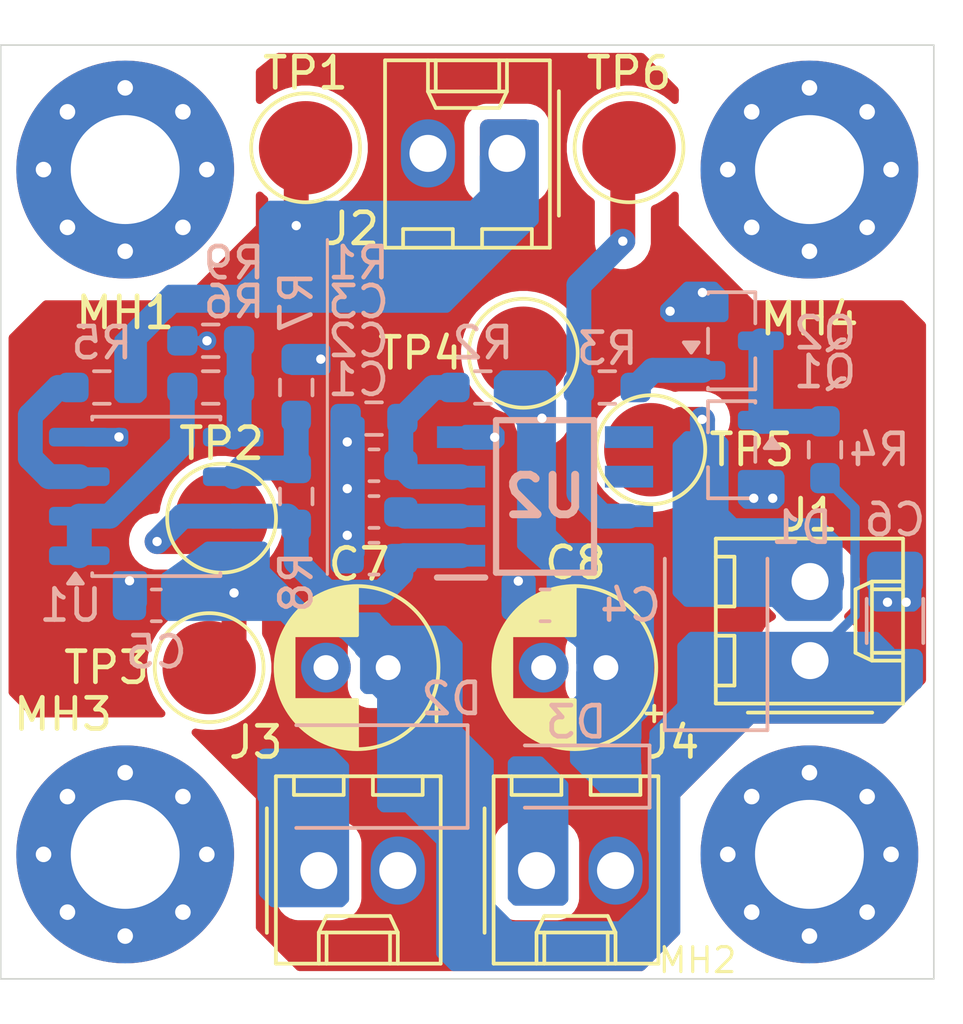
<source format=kicad_pcb>
(kicad_pcb (version 20241229) (generator "pcbnew") (generator_version "9.0")
  (layers (0 "F.Cu" signal) (2 "B.Cu" signal) (13 "F.Paste" user) (15 "B.Paste" user) (5 "F.SilkS" user "F.Silkscreen") (7 "B.SilkS" user "B.Silkscreen") (1 "F.Mask" user) (3 "B.Mask" user) (25 "Edge.Cuts" user))
  (net 0 "")
  (net 1 "CONTROL")
  (net 2 "GND")
  (net 3 "+5V")
  (net 4 "+12V")
  (net 5 "Net-(D1-A)")
  (net 6 "Net-(D2-A)")
  (net 7 "Net-(D3-A)")
  (net 8 "TH")
  (net 9 "Net-(Q1-C)")
  (net 10 "Net-(Q1-B)")
  (net 11 "Net-(U1A-+)")
  (net 12 "Net-(U1A--)")
  (net 13 "Net-(U1B-+)")
  (net 14 "Net-(U1B--)")
  (net 15 "Net-(U2-CF)")
  (net 16 "Net-(U2-VAS)")
  (net 17 "Net-(U2-VOUT)")
  (footprint "Connector_Molex:Molex_KK-254_AE-6410-02A_1x02_P2.54mm_Vertical" (layer "F.Cu") (at 150.225 96.52)
    (property "Reference" "J3" (at -2.025 -4.12 0) (layer "F.SilkS"))
    (property "Value" "Conn_01x02")
    (pad "1" thru_hole roundrect (at 0 0) (size 1.74 2.19) (drill 1.19) (layers "*.Cu" "*.Mask") (roundrect_rratio 0.143678) (net 6 "Net-(D2-A)"))
    (pad "2" thru_hole oval (at 2.54 0) (size 1.74 2.19) (drill 1.19) (layers "*.Cu" "*.Mask") (net 2 "GND"))
  )
  (footprint "MountingHole:MountingHole_3.5mm_Pad_Via" (layer "F.Cu") (at 144 96)
    (property "Reference" "MH3" (at -2 -4.5 0) (layer "F.SilkS"))
    (property "Value" "MH")
    (pad "1" thru_hole circle (at -2.625 0) (size 0.8 0.8) (drill 0.5) (layers "*.Cu" "*.Mask"))
    (pad "1" thru_hole circle (at -1.856155 -1.856155) (size 0.8 0.8) (drill 0.5) (layers "*.Cu" "*.Mask"))
    (pad "1" thru_hole circle (at -1.856155 1.856155) (size 0.8 0.8) (drill 0.5) (layers "*.Cu" "*.Mask"))
    (pad "1" thru_hole circle (at 0 -2.625) (size 0.8 0.8) (drill 0.5) (layers "*.Cu" "*.Mask"))
    (pad "1" thru_hole circle (at 0 0) (size 7 7) (drill 3.5) (layers "*.Cu" "*.Mask"))
    (pad "1" thru_hole circle (at 0 2.625) (size 0.8 0.8) (drill 0.5) (layers "*.Cu" "*.Mask"))
    (pad "1" thru_hole circle (at 1.856155 -1.856155) (size 0.8 0.8) (drill 0.5) (layers "*.Cu" "*.Mask"))
    (pad "1" thru_hole circle (at 1.856155 1.856155) (size 0.8 0.8) (drill 0.5) (layers "*.Cu" "*.Mask"))
    (pad "1" thru_hole circle (at 2.625 0) (size 0.8 0.8) (drill 0.5) (layers "*.Cu" "*.Mask"))
  )
  (footprint "MountingHole:MountingHole_3.5mm_Pad_Via" (layer "F.Cu") (at 144 74)
    (property "Reference" "MH1" (at 0 4.6 0) (layer "F.SilkS"))
    (property "Value" "MH")
    (pad "1" thru_hole circle (at -2.625 0) (size 0.8 0.8) (drill 0.5) (layers "*.Cu" "*.Mask"))
    (pad "1" thru_hole circle (at -1.856155 -1.856155) (size 0.8 0.8) (drill 0.5) (layers "*.Cu" "*.Mask"))
    (pad "1" thru_hole circle (at -1.856155 1.856155) (size 0.8 0.8) (drill 0.5) (layers "*.Cu" "*.Mask"))
    (pad "1" thru_hole circle (at 0 -2.625) (size 0.8 0.8) (drill 0.5) (layers "*.Cu" "*.Mask"))
    (pad "1" thru_hole circle (at 0 0) (size 7 7) (drill 3.5) (layers "*.Cu" "*.Mask"))
    (pad "1" thru_hole circle (at 0 2.625) (size 0.8 0.8) (drill 0.5) (layers "*.Cu" "*.Mask"))
    (pad "1" thru_hole circle (at 1.856155 -1.856155) (size 0.8 0.8) (drill 0.5) (layers "*.Cu" "*.Mask"))
    (pad "1" thru_hole circle (at 1.856155 1.856155) (size 0.8 0.8) (drill 0.5) (layers "*.Cu" "*.Mask"))
    (pad "1" thru_hole circle (at 2.625 0) (size 0.8 0.8) (drill 0.5) (layers "*.Cu" "*.Mask"))
  )
  (footprint "TestPoint:TestPoint_Pad_D3.0mm" (layer "F.Cu") (at 146.7 90)
    (property "Reference" "TP3" (at -3.3 0 0) (layer "F.SilkS"))
    (property "Value" "+12V")
    (pad "1" smd circle (at 0 0) (size 3 3) (layers "F.Cu" "F.Mask") (net 4 "+12V"))
  )
  (footprint "TestPoint:TestPoint_Pad_D3.0mm" (layer "F.Cu") (at 156.8 79.9)
    (property "Reference" "TP4" (at -3.3 0 0) (layer "F.SilkS"))
    (property "Value" "+5V")
    (pad "1" smd circle (at 0 0) (size 3 3) (layers "F.Cu" "F.Mask") (net 3 "+5V"))
  )
  (footprint "MountingHole:MountingHole_3.5mm_Pad_Via" (layer "F.Cu") (at 166 96)
    (property "Reference" "MH2" (at -3.6 3.4 0) (layer "F.SilkS") (effects (font (size 0.8 0.8) (thickness 0.1) (bold yes))))
    (property "Value" "MH")
    (pad "1" thru_hole circle (at -2.625 0) (size 0.8 0.8) (drill 0.5) (layers "*.Cu" "*.Mask"))
    (pad "1" thru_hole circle (at -1.856155 -1.856155) (size 0.8 0.8) (drill 0.5) (layers "*.Cu" "*.Mask"))
    (pad "1" thru_hole circle (at -1.856155 1.856155) (size 0.8 0.8) (drill 0.5) (layers "*.Cu" "*.Mask"))
    (pad "1" thru_hole circle (at 0 -2.625) (size 0.8 0.8) (drill 0.5) (layers "*.Cu" "*.Mask"))
    (pad "1" thru_hole circle (at 0 0) (size 7 7) (drill 3.5) (layers "*.Cu" "*.Mask"))
    (pad "1" thru_hole circle (at 0 2.625) (size 0.8 0.8) (drill 0.5) (layers "*.Cu" "*.Mask"))
    (pad "1" thru_hole circle (at 1.856155 -1.856155) (size 0.8 0.8) (drill 0.5) (layers "*.Cu" "*.Mask"))
    (pad "1" thru_hole circle (at 1.856155 1.856155) (size 0.8 0.8) (drill 0.5) (layers "*.Cu" "*.Mask"))
    (pad "1" thru_hole circle (at 2.625 0) (size 0.8 0.8) (drill 0.5) (layers "*.Cu" "*.Mask"))
  )
  (footprint "Connector_Molex:Molex_KK-254_AE-6410-02A_1x02_P2.54mm_Vertical" (layer "F.Cu") (at 166.02 89.775 90)
    (property "Reference" "J1" (at 4.675 0.03 180) (layer "F.SilkS"))
    (property "Value" "Conn_01x02")
    (pad "1" thru_hole roundrect (at 0 0 90) (size 1.74 2.19) (drill 1.19) (layers "*.Cu" "*.Mask") (roundrect_rratio 0.143678) (net 4 "+12V"))
    (pad "2" thru_hole oval (at 2.54 0 90) (size 1.74 2.19) (drill 1.19) (layers "*.Cu" "*.Mask") (net 5 "Net-(D1-A)"))
  )
  (footprint "TestPoint:TestPoint_Pad_D3.0mm" (layer "F.Cu") (at 160.9 83)
    (property "Reference" "TP5" (at 3.25 0 0) (layer "F.SilkS"))
    (property "Value" "EMITTER")
    (pad "1" smd circle (at 0 0) (size 3 3) (layers "F.Cu" "F.Mask") (net 5 "Net-(D1-A)"))
  )
  (footprint "Connector_Molex:Molex_KK-254_AE-6410-02A_1x02_P2.54mm_Vertical" (layer "F.Cu") (at 157.225 96.52)
    (property "Reference" "J4" (at 4.375 -4.12 0) (layer "F.SilkS"))
    (property "Value" "Conn_01x02")
    (pad "1" thru_hole roundrect (at 0 0) (size 1.74 2.19) (drill 1.19) (layers "*.Cu" "*.Mask") (roundrect_rratio 0.143678) (net 7 "Net-(D3-A)"))
    (pad "2" thru_hole oval (at 2.54 0) (size 1.74 2.19) (drill 1.19) (layers "*.Cu" "*.Mask") (net 2 "GND"))
  )
  (footprint "TestPoint:TestPoint_Pad_D3.0mm" (layer "F.Cu") (at 160.2 73.3)
    (property "Reference" "TP6" (at 0 -2.398 0) (layer "F.SilkS"))
    (property "Value" "PWM")
    (pad "1" smd circle (at 0 0) (size 3 3) (layers "F.Cu" "F.Mask") (net 17 "Net-(U2-VOUT)"))
  )
  (footprint "Connector_Molex:Molex_KK-254_AE-6410-02A_1x02_P2.54mm_Vertical" (layer "F.Cu") (at 156.275 73.48 180)
    (property "Reference" "J2" (at 4.975 -2.42 0) (layer "F.SilkS"))
    (property "Value" "Conn_01x02")
    (pad "1" thru_hole roundrect (at 0 0 180) (size 1.74 2.19) (drill 1.19) (layers "*.Cu" "*.Mask") (roundrect_rratio 0.143678) (net 8 "TH"))
    (pad "2" thru_hole oval (at 2.54 0 180) (size 1.74 2.19) (drill 1.19) (layers "*.Cu" "*.Mask") (net 2 "GND"))
  )
  (footprint "MountingHole:MountingHole_3.5mm_Pad_Via" (layer "F.Cu") (at 166 74)
    (property "Reference" "MH4" (at 0 4.8 0) (layer "F.SilkS"))
    (property "Value" "MH")
    (pad "1" thru_hole circle (at -2.625 0) (size 0.8 0.8) (drill 0.5) (layers "*.Cu" "*.Mask"))
    (pad "1" thru_hole circle (at -1.856155 -1.856155) (size 0.8 0.8) (drill 0.5) (layers "*.Cu" "*.Mask"))
    (pad "1" thru_hole circle (at -1.856155 1.856155) (size 0.8 0.8) (drill 0.5) (layers "*.Cu" "*.Mask"))
    (pad "1" thru_hole circle (at 0 -2.625) (size 0.8 0.8) (drill 0.5) (layers "*.Cu" "*.Mask"))
    (pad "1" thru_hole circle (at 0 0) (size 7 7) (drill 3.5) (layers "*.Cu" "*.Mask"))
    (pad "1" thru_hole circle (at 0 2.625) (size 0.8 0.8) (drill 0.5) (layers "*.Cu" "*.Mask"))
    (pad "1" thru_hole circle (at 1.856155 -1.856155) (size 0.8 0.8) (drill 0.5) (layers "*.Cu" "*.Mask"))
    (pad "1" thru_hole circle (at 1.856155 1.856155) (size 0.8 0.8) (drill 0.5) (layers "*.Cu" "*.Mask"))
    (pad "1" thru_hole circle (at 2.625 0) (size 0.8 0.8) (drill 0.5) (layers "*.Cu" "*.Mask"))
  )
  (footprint "TestPoint:TestPoint_Pad_D3.0mm" (layer "F.Cu") (at 149.8 73.3)
    (property "Reference" "TP1" (at 0 -2.398 0) (layer "F.SilkS"))
    (property "Value" "TH")
    (pad "1" smd circle (at 0 0) (size 3 3) (layers "F.Cu" "F.Mask") (net 8 "TH"))
  )
  (footprint "TestPoint:TestPoint_Pad_D3.0mm" (layer "F.Cu") (at 147.1 85.2)
    (property "Reference" "TP2" (at 0 -2.398 0) (layer "F.SilkS"))
    (property "Value" "CONTROL")
    (pad "1" smd circle (at 0 0) (size 3 3) (layers "F.Cu" "F.Mask") (net 1 "CONTROL"))
  )
  (footprint "Capacitor_THT:CP_Radial_D5.0mm_P2.00mm" (layer "F.Cu") (at 159.455113 90 180)
    (property "Reference" "C8" (at 0.975113 3.37 0) (layer "F.SilkS"))
    (property "Value" "10UF/50V")
    (pad "1" thru_hole roundrect (at 0 0 180) (size 1.6 1.6) (drill 0.8) (layers "*.Cu" "*.Mask") (roundrect_rratio 0.15625) (net 3 "+5V"))
    (pad "2" thru_hole circle (at 2 0 180) (size 1.6 1.6) (drill 0.8) (layers "*.Cu" "*.Mask") (net 2 "GND"))
  )
  (footprint "Capacitor_THT:CP_Radial_D5.0mm_P2.00mm" (layer "F.Cu") (at 152.455112 90 180)
    (property "Reference" "C7" (at 0.935112 3.32 0) (layer "F.SilkS"))
    (property "Value" "10UF/50V")
    (pad "1" thru_hole roundrect (at 0 0 180) (size 1.6 1.6) (drill 0.8) (layers "*.Cu" "*.Mask") (roundrect_rratio 0.15625) (net 4 "+12V"))
    (pad "2" thru_hole circle (at 2 0 180) (size 1.6 1.6) (drill 0.8) (layers "*.Cu" "*.Mask") (net 2 "GND"))
  )
  (footprint "Diode_SMD:D_SOD-123" (layer "B.Cu") (at 158.5 93.5 180)
    (property "Reference" "D3" (at 0 1.75 0) (layer "B.SilkS") (effects (justify mirror)))
    (property "Value" "1N4148W")
    (pad "1" smd roundrect (at -1.65 0 180) (size 0.9 1.2) (layers "B.Cu" "B.Mask" "B.Paste") (net 3 "+5V"))
    (pad "2" smd roundrect (at 1.65 0 180) (size 0.9 1.2) (layers "B.Cu" "B.Mask" "B.Paste") (net 7 "Net-(D3-A)"))
  )
  (footprint "Resistor_SMD:R_0603_1608Metric_Pad0.98x0.95mm_HandSolder" (layer "B.Cu") (at 143.25 81 180)
    (property "Reference" "R5" (at 0 1.43 0) (layer "B.SilkS") (effects (justify mirror)))
    (property "Value" "R")
    (pad "1" smd roundrect (at -0.9125 0 180) (size 0.975 0.95) (layers "B.Cu" "B.Mask" "B.Paste") (net 8 "TH"))
    (pad "2" smd roundrect (at 0.9125 0 180) (size 0.975 0.95) (layers "B.Cu" "B.Mask" "B.Paste") (net 11 "Net-(U1A-+)"))
  )
  (footprint "Resistor_SMD:R_0603_1608Metric_Pad0.98x0.95mm_HandSolder" (layer "B.Cu") (at 155.5 81 180)
    (property "Reference" "R2" (at 0 1.43 0) (layer "B.SilkS") (effects (justify mirror)))
    (property "Value" "R")
    (pad "1" smd roundrect (at -0.9125 0 180) (size 0.975 0.95) (layers "B.Cu" "B.Mask" "B.Paste") (net 3 "+5V"))
    (pad "2" smd roundrect (at 0.9125 0 180) (size 0.975 0.95) (layers "B.Cu" "B.Mask" "B.Paste") (net 16 "Net-(U2-VAS)"))
  )
  (footprint "Package_SO:SOIC-8_3.9x4.9mm_P1.27mm" (layer "B.Cu") (at 145 84.5)
    (property "Reference" "U1" (at -2.75 3.5 0) (layer "B.SilkS") (effects (justify mirror)))
    (property "Value" "LM358")
    (pad "1" smd roundrect (at -2.475 1.905) (size 1.95 0.6) (layers "B.Cu" "B.Mask" "B.Paste") (net 12 "Net-(U1A--)"))
    (pad "2" smd roundrect (at -2.475 0.635) (size 1.95 0.6) (layers "B.Cu" "B.Mask" "B.Paste") (net 12 "Net-(U1A--)"))
    (pad "3" smd roundrect (at -2.475 -0.635) (size 1.95 0.6) (layers "B.Cu" "B.Mask" "B.Paste") (net 11 "Net-(U1A-+)"))
    (pad "4" smd roundrect (at -2.475 -1.905) (size 1.95 0.6) (layers "B.Cu" "B.Mask" "B.Paste") (net 2 "GND"))
    (pad "5" smd roundrect (at 2.475 -1.905) (size 1.95 0.6) (layers "B.Cu" "B.Mask" "B.Paste") (net 13 "Net-(U1B-+)"))
    (pad "6" smd roundrect (at 2.475 -0.635) (size 1.95 0.6) (layers "B.Cu" "B.Mask" "B.Paste") (net 14 "Net-(U1B--)"))
    (pad "7" smd roundrect (at 2.475 0.635) (size 1.95 0.6) (layers "B.Cu" "B.Mask" "B.Paste") (net 1 "CONTROL"))
    (pad "8" smd roundrect (at 2.475 1.905) (size 1.95 0.6) (layers "B.Cu" "B.Mask" "B.Paste") (net 4 "+12V"))
  )
  (footprint "Resistor_SMD:R_0603_1608Metric_Pad0.98x0.95mm_HandSolder" (layer "B.Cu") (at 146.75 81)
    (property "Reference" "R6" (at 0.75 -2.75 0) (layer "B.SilkS") (effects (justify mirror)))
    (property "Value" "R")
    (pad "1" smd roundrect (at -0.9125 0) (size 0.975 0.95) (layers "B.Cu" "B.Mask" "B.Paste") (net 12 "Net-(U1A--)"))
    (pad "2" smd roundrect (at 0.9125 0) (size 0.975 0.95) (layers "B.Cu" "B.Mask" "B.Paste") (net 13 "Net-(U1B-+)"))
  )
  (footprint "Capacitor_SMD:C_0603_1608Metric_Pad1.08x0.95mm_HandSolder" (layer "B.Cu") (at 152 83.5 180)
    (property "Reference" "C3" (at 0.5 5.25 0) (layer "B.SilkS") (effects (justify mirror)))
    (property "Value" "C")
    (pad "1" smd roundrect (at -0.8625 0 180) (size 1.075 0.95) (layers "B.Cu" "B.Mask" "B.Paste") (net 16 "Net-(U2-VAS)"))
    (pad "2" smd roundrect (at 0.8625 0 180) (size 1.075 0.95) (layers "B.Cu" "B.Mask" "B.Paste") (net 2 "GND"))
  )
  (footprint "Package_TO_SOT_SMD:SOT-23" (layer "B.Cu") (at 163.5 83 180)
    (property "Reference" "Q2" (at -3 3.75 0) (layer "B.SilkS") (effects (justify mirror)))
    (property "Value" "BC817")
    (pad "1" smd roundrect (at -0.9375 0.95 180) (size 1.475 0.6) (layers "B.Cu" "B.Mask" "B.Paste") (net 9 "Net-(Q1-C)"))
    (pad "2" smd roundrect (at -0.9375 -0.95 180) (size 1.475 0.6) (layers "B.Cu" "B.Mask" "B.Paste") (net 2 "GND"))
    (pad "3" smd roundrect (at 0.9375 0 180) (size 1.475 0.6) (layers "B.Cu" "B.Mask" "B.Paste") (net 5 "Net-(D1-A)"))
  )
  (footprint "Resistor_SMD:R_0603_1608Metric_Pad0.98x0.95mm_HandSolder" (layer "B.Cu") (at 149.5 81 90)
    (property "Reference" "R7" (at 2.75 0 90) (layer "B.SilkS") (effects (justify mirror)))
    (property "Value" "R")
    (pad "1" smd roundrect (at -0.9125 0 90) (size 0.975 0.95) (layers "B.Cu" "B.Mask" "B.Paste") (net 14 "Net-(U1B--)"))
    (pad "2" smd roundrect (at 0.9125 0 90) (size 0.975 0.95) (layers "B.Cu" "B.Mask" "B.Paste") (net 2 "GND"))
  )
  (footprint "Resistor_SMD:R_0603_1608Metric_Pad0.98x0.95mm_HandSolder" (layer "B.Cu") (at 152 82 180)
    (property "Reference" "R1" (at 0.5 5 0) (layer "B.SilkS") (effects (justify mirror)))
    (property "Value" "R")
    (pad "1" smd roundrect (at -0.9125 0 180) (size 0.975 0.95) (layers "B.Cu" "B.Mask" "B.Paste") (net 16 "Net-(U2-VAS)"))
    (pad "2" smd roundrect (at 0.9125 0 180) (size 0.975 0.95) (layers "B.Cu" "B.Mask" "B.Paste") (net 2 "GND"))
  )
  (footprint "Diode_SMD:D_SMA" (layer "B.Cu") (at 151.5 93.5 180)
    (property "Reference" "D2" (at -3 2.5 0) (layer "B.SilkS") (effects (justify mirror)))
    (property "Value" "US1M")
    (pad "1" smd roundrect (at -2 0 180) (size 2.5 1.8) (layers "B.Cu" "B.Mask" "B.Paste") (roundrect_rratio 0.1388888889) (net 4 "+12V"))
    (pad "2" smd roundrect (at 2 0 180) (size 2.5 1.8) (layers "B.Cu" "B.Mask" "B.Paste") (roundrect_rratio 0.1388888889) (net 6 "Net-(D2-A)"))
  )
  (footprint "Capacitor_SMD:C_0603_1608Metric_Pad1.08x0.95mm_HandSolder" (layer "B.Cu") (at 152 85 180)
    (property "Reference" "C2" (at 0.5 5.5 0) (layer "B.SilkS") (effects (justify mirror)))
    (property "Value" "C")
    (pad "1" smd roundrect (at -0.8625 0 180) (size 1.075 0.95) (layers "B.Cu" "B.Mask" "B.Paste") (net 15 "Net-(U2-CF)"))
    (pad "2" smd roundrect (at 0.8625 0 180) (size 1.075 0.95) (layers "B.Cu" "B.Mask" "B.Paste") (net 2 "GND"))
  )
  (footprint "Capacitor_SMD:C_0603_1608Metric_Pad1.08x0.95mm_HandSolder" (layer "B.Cu") (at 152 86.5 180)
    (property "Reference" "C1" (at 0.5 5.75 0) (layer "B.SilkS") (effects (justify mirror)))
    (property "Value" "C")
    (pad "1" smd roundrect (at -0.8625 0 180) (size 1.075 0.95) (layers "B.Cu" "B.Mask" "B.Paste") (net 1 "CONTROL"))
    (pad "2" smd roundrect (at 0.8625 0 180) (size 1.075 0.95) (layers "B.Cu" "B.Mask" "B.Paste") (net 2 "GND"))
  )
  (footprint "Diode_SMD:D_SMA" (layer "B.Cu") (at 163 88.5 90)
    (property "Reference" "D1" (at 3 2.75 0) (layer "B.SilkS") (effects (justify mirror)))
    (property "Value" "US1M")
    (pad "1" smd roundrect (at -2 0 90) (size 2.5 1.8) (layers "B.Cu" "B.Mask" "B.Paste") (roundrect_rratio 0.1388888889) (net 4 "+12V"))
    (pad "2" smd roundrect (at 2 0 90) (size 2.5 1.8) (layers "B.Cu" "B.Mask" "B.Paste") (roundrect_rratio 0.1388888889) (net 5 "Net-(D1-A)"))
  )
  (footprint "Capacitor_SMD:C_0603_1608Metric_Pad1.08x0.95mm_HandSolder" (layer "B.Cu") (at 157.5 88 180)
    (property "Reference" "C4" (at -2.75 0 0) (layer "B.SilkS") (effects (justify mirror)))
    (property "Value" "C")
    (pad "1" smd roundrect (at -0.8625 0 180) (size 1.075 0.95) (layers "B.Cu" "B.Mask" "B.Paste") (net 3 "+5V"))
    (pad "2" smd roundrect (at 0.8625 0 180) (size 1.075 0.95) (layers "B.Cu" "B.Mask" "B.Paste") (net 2 "GND"))
  )
  (footprint "Package_TO_SOT_SMD:SOT-23" (layer "B.Cu") (at 163.5 79.5)
    (property "Reference" "Q1" (at 3 1 0) (layer "B.SilkS") (effects (justify mirror)))
    (property "Value" "BC817")
    (pad "1" smd roundrect (at -0.9375 0.95) (size 1.475 0.6) (layers "B.Cu" "B.Mask" "B.Paste") (net 10 "Net-(Q1-B)"))
    (pad "2" smd roundrect (at -0.9375 -0.95) (size 1.475 0.6) (layers "B.Cu" "B.Mask" "B.Paste") (net 2 "GND"))
    (pad "3" smd roundrect (at 0.9375 0) (size 1.475 0.6) (layers "B.Cu" "B.Mask" "B.Paste") (net 9 "Net-(Q1-C)"))
  )
  (footprint "Resistor_SMD:R_0603_1608Metric_Pad0.98x0.95mm_HandSolder" (layer "B.Cu") (at 166.5 83 -90)
    (property "Reference" "R4" (at 0 -1.75 0) (layer "B.SilkS") (effects (justify mirror)))
    (property "Value" "R")
    (pad "1" smd roundrect (at -0.9125 0 270) (size 0.975 0.95) (layers "B.Cu" "B.Mask" "B.Paste") (net 9 "Net-(Q1-C)"))
    (pad "2" smd roundrect (at 0.9125 0 270) (size 0.975 0.95) (layers "B.Cu" "B.Mask" "B.Paste") (net 4 "+12V"))
  )
  (footprint "Capacitor_SMD:C_0603_1608Metric_Pad1.08x0.95mm_HandSolder" (layer "B.Cu") (at 145 88 180)
    (property "Reference" "C5" (at 0 -1.5 0) (layer "B.SilkS") (effects (justify mirror)))
    (property "Value" "C")
    (pad "1" smd roundrect (at -0.8625 0 180) (size 1.075 0.95) (layers "B.Cu" "B.Mask" "B.Paste") (net 4 "+12V"))
    (pad "2" smd roundrect (at 0.8625 0 180) (size 1.075 0.95) (layers "B.Cu" "B.Mask" "B.Paste") (net 2 "GND"))
  )
  (footprint "Resistor_SMD:R_0603_1608Metric_Pad0.98x0.95mm_HandSolder" (layer "B.Cu") (at 149.5 84.5 -90)
    (property "Reference" "R8" (at 2.75 0 90) (layer "B.SilkS") (effects (justify mirror)))
    (property "Value" "R")
    (pad "1" smd roundrect (at -0.9125 0 270) (size 0.975 0.95) (layers "B.Cu" "B.Mask" "B.Paste") (net 14 "Net-(U1B--)"))
    (pad "2" smd roundrect (at 0.9125 0 270) (size 0.975 0.95) (layers "B.Cu" "B.Mask" "B.Paste") (net 1 "CONTROL"))
  )
  (footprint "Capacitor_SMD:C_1206_3216Metric_Pad1.33x1.80mm_HandSolder" (layer "B.Cu") (at 168.75 88.5 90)
    (property "Reference" "C6" (at 3.25 0 0) (layer "B.SilkS") (effects (justify mirror)))
    (property "Value" "C")
    (pad "1" smd roundrect (at -1.5625 0 90) (size 1.325 1.8) (layers "B.Cu" "B.Mask" "B.Paste") (roundrect_rratio 0.188679) (net 4 "+12V"))
    (pad "2" smd roundrect (at 1.5625 0 90) (size 1.325 1.8) (layers "B.Cu" "B.Mask" "B.Paste") (roundrect_rratio 0.188679) (net 2 "GND"))
  )
  (footprint "PCB:SOIC127P600X175-8N" (layer "B.Cu") (at 157.5 84.5)
    (property "Reference" "U2" (at 0 0 180) (layer "B.SilkS") (effects (font (size 1.27 1.27) (thickness 0.254)) (justify mirror)))
    (property "Value" "TC648BEOA" (hide yes))
    (pad "1" smd rect (at -2.7 1.905 270) (size 0.7 1.55) (layers "B.Cu" "B.Mask" "B.Paste") (net 1 "CONTROL"))
    (pad "2" smd rect (at -2.7 0.635 270) (size 0.7 1.55) (layers "B.Cu" "B.Mask" "B.Paste") (net 15 "Net-(U2-CF)"))
    (pad "3" smd rect (at -2.7 -0.635 270) (size 0.7 1.55) (layers "B.Cu" "B.Mask" "B.Paste") (net 16 "Net-(U2-VAS)"))
    (pad "4" smd rect (at -2.7 -1.905 270) (size 0.7 1.55) (layers "B.Cu" "B.Mask" "B.Paste") (net 2 "GND"))
    (pad "5" smd rect (at 2.7 -1.905 270) (size 0.7 1.55) (layers "B.Cu" "B.Mask" "B.Paste"))
    (pad "6" smd rect (at 2.7 -0.635 270) (size 0.7 1.55) (layers "B.Cu" "B.Mask" "B.Paste"))
    (pad "7" smd rect (at 2.7 0.635 270) (size 0.7 1.55) (layers "B.Cu" "B.Mask" "B.Paste") (net 17 "Net-(U2-VOUT)"))
    (pad "8" smd rect (at 2.7 1.905 270) (size 0.7 1.55) (layers "B.Cu" "B.Mask" "B.Paste") (net 3 "+5V"))
  )
  (footprint "Resistor_SMD:R_0603_1608Metric_Pad0.98x0.95mm_HandSolder" (layer "B.Cu") (at 159.5 81)
    (property "Reference" "R3" (at 0 -1.25 0) (layer "B.SilkS") (effects (justify mirror)))
    (property "Value" "R")
    (pad "1" smd roundrect (at -0.9125 0) (size 0.975 0.95) (layers "B.Cu" "B.Mask" "B.Paste") (net 17 "Net-(U2-VOUT)"))
    (pad "2" smd roundrect (at 0.9125 0) (size 0.975 0.95) (layers "B.Cu" "B.Mask" "B.Paste") (net 10 "Net-(Q1-B)"))
  )
  (footprint "Resistor_SMD:R_0603_1608Metric_Pad0.98x0.95mm_HandSolder" (layer "B.Cu") (at 146.75 79.5 180)
    (property "Reference" "R9" (at -0.75 2.5 0) (layer "B.SilkS") (effects (justify mirror)))
    (property "Value" "R")
    (pad "1" smd roundrect (at -0.9125 0 180) (size 0.975 0.95) (layers "B.Cu" "B.Mask" "B.Paste") (net 13 "Net-(U1B-+)"))
    (pad "2" smd roundrect (at 0.9125 0 180) (size 0.975 0.95) (layers "B.Cu" "B.Mask" "B.Paste") (net 2 "GND"))
  )
  (gr_line (start 150.5 87) (end 150.5 76.25) (stroke (width 0.1)) (layer "B.SilkS"))
  (gr_line (start 140 100) (end 140 70) (stroke (width 0.05)) (layer "Edge.Cuts"))
  (gr_line (start 140 70) (end 170 70) (stroke (width 0.05)) (layer "Edge.Cuts"))
  (gr_line (start 170 70) (end 170 100) (stroke (width 0.05)) (layer "Edge.Cuts"))
  (gr_line (start 170 100) (end 140 100) (stroke (width 0.05)) (layer "Edge.Cuts"))
  (segment (start 145.025 85.95) (end 146.35 85.95) (width 0.8) (layer "F.Cu") (net 1))
  (segment (start 146.35 85.95) (end 147.1 85.2) (width 0.8) (layer "F.Cu") (net 1))
  (via (at 145.025 85.95) (size 0.6) (drill 0.3) (layers "F.Cu" "B.Cu") (net 1))
  (segment (start 147.475 85.135) (end 147.9 85.135) (width 0.8) (layer "B.Cu") (net 1))
  (segment (start 149.5 86.592398) (end 149.5 85.4125) (width 0.8) (layer "B.Cu") (net 1))
  (segment (start 149.5 85.4125) (end 149.2225 85.135) (width 0.8) (layer "B.Cu") (net 1))
  (segment (start 145.84 85.135) (end 145.025 85.95) (width 0.8) (layer "B.Cu") (net 1))
  (segment (start 154.8 86.405) (end 152.9575 86.405) (width 0.8) (layer "B.Cu") (net 1))
  (segment (start 147.475 85.135) (end 145.84 85.135) (width 0.8) (layer "B.Cu") (net 1))
  (segment (start 152.2615 87.576) (end 150.483602 87.576) (width 0.8) (layer "B.Cu") (net 1))
  (segment (start 150.483602 87.576) (end 149.5 86.592398) (width 0.8) (layer "B.Cu") (net 1))
  (segment (start 149.2225 85.135) (end 147.475 85.135) (width 0.8) (layer "B.Cu") (net 1))
  (segment (start 152.8625 86.5) (end 152.8625 86.975) (width 0.8) (layer "B.Cu") (net 1))
  (segment (start 152.8625 86.975) (end 152.2615 87.576) (width 0.8) (layer "B.Cu") (net 1))
  (segment (start 152.9575 86.405) (end 152.8625 86.5) (width 0.8) (layer "B.Cu") (net 1))
  (via (at 168.51 87.9) (size 0.6) (drill 0.3) (layers "F.Cu" "B.Cu") (net 2))
  (via (at 164.82 84.56) (size 0.6) (drill 0.3) (layers "F.Cu" "B.Cu") (net 2))
  (via (at 150.29 80.09) (size 0.6) (drill 0.3) (layers "F.Cu" "B.Cu") (net 2))
  (via (at 155.88 82.6) (size 0.6) (drill 0.3) (layers "F.Cu" "B.Cu") (net 2))
  (via (at 146.63 79.5) (size 0.6) (drill 0.3) (layers "F.Cu" "B.Cu") (net 2))
  (via (at 169.11 87.9) (size 0.6) (drill 0.3) (layers "F.Cu" "B.Cu") (net 2))
  (via (at 162.56 77.95) (size 0.6) (drill 0.3) (layers "F.Cu" "B.Cu") (net 2))
  (via (at 144.14 87.21) (size 0.6) (drill 0.3) (layers "F.Cu" "B.Cu") (net 2))
  (via (at 156.64 87.22) (size 0.6) (drill 0.3) (layers "F.Cu" "B.Cu") (net 2))
  (via (at 164.21 84.56) (size 0.6) (drill 0.3) (layers "F.Cu" "B.Cu") (net 2))
  (via (at 151.14 84.25) (size 0.6) (drill 0.3) (layers "F.Cu" "B.Cu") (net 2))
  (via (at 161.52 78.55) (size 0.6) (drill 0.3) (layers "F.Cu" "B.Cu") (net 2))
  (via (at 151.14 85.75) (size 0.6) (drill 0.3) (layers "F.Cu" "B.Cu") (net 2))
  (via (at 143.8 82.59) (size 0.6) (drill 0.3) (layers "F.Cu" "B.Cu") (net 2))
  (via (at 151.14 82.75) (size 0.6) (drill 0.3) (layers "F.Cu" "B.Cu") (net 2))
  (segment (start 145.8375 79.5) (end 146.63 79.5) (width 0.3) (layer "B.Cu") (net 2))
  (segment (start 157.4 80.5) (end 156.8 79.9) (width 0.8) (layer "F.Cu") (net 3))
  (segment (start 157.4 81.9875) (end 157.4 80.5) (width 0.8) (layer "F.Cu") (net 3))
  (via (at 157.4 81.9875) (size 0.5) (drill 0.3) (layers "F.Cu" "B.Cu") (net 3))
  (segment (start 158.3625 88) (end 158.605 88) (width 0.8) (layer "B.Cu") (net 3))
  (segment (start 160.15 93.5) (end 160.15 90.694887) (width 0.8) (layer "B.Cu") (net 3))
  (segment (start 158.605 88) (end 160.2 86.405) (width 0.8) (layer "B.Cu") (net 3))
  (segment (start 159.455113 89.092613) (end 158.3625 88) (width 0.8) (layer "B.Cu") (net 3))
  (segment (start 156.4125 81) (end 157.4 81.9875) (width 0.8) (layer "B.Cu") (net 3))
  (segment (start 157.4 81.9875) (end 157.4 85.9) (width 0.8) (layer "B.Cu") (net 3))
  (segment (start 159.455113 90) (end 159.455113 89.092613) (width 0.8) (layer "B.Cu") (net 3))
  (segment (start 158.3625 86.8625) (end 158.3625 88) (width 0.8) (layer "B.Cu") (net 3))
  (segment (start 157.4 85.9) (end 158.3625 86.8625) (width 0.8) (layer "B.Cu") (net 3))
  (segment (start 160.15 90.694887) (end 159.455113 90) (width 0.8) (layer "B.Cu") (net 3))
  (segment (start 147.5 89.2) (end 146.7 90) (width 0.8) (layer "F.Cu") (net 4))
  (segment (start 147.5 87.6) (end 147.5 89.2) (width 0.8) (layer "F.Cu") (net 4))
  (via (at 147.5 87.6) (size 0.5) (drill 0.3) (layers "F.Cu" "B.Cu") (net 4))
  (segment (start 145.88 88) (end 147.475 86.405) (width 0.8) (layer "B.Cu") (net 4))
  (segment (start 156 98.999) (end 155 97.999) (width 1) (layer "B.Cu") (net 4))
  (segment (start 155 95.75) (end 153.5 94.25) (width 1) (layer "B.Cu") (net 4))
  (segment (start 167.466 84.8785) (end 166.5 83.9125) (width 0.3) (layer "B.Cu") (net 4))
  (segment (start 147.475 86.405) (end 147.475 87.575) (width 0.8) (layer "B.Cu") (net 4))
  (segment (start 159.73273 98.999) (end 156 98.999) (width 1) (layer "B.Cu") (net 4))
  (segment (start 163 90.5) (end 163 90.75) (width 1) (layer "B.Cu") (net 4))
  (segment (start 167.466 88.329) (end 167.466 84.8785) (width 0.3) (layer "B.Cu") (net 4))
  (segment (start 147.475 87.575) (end 147.5 87.6) (width 0.8) (layer "B.Cu") (net 4))
  (segment (start 153.5 93.5) (end 153.5 91.044888) (width 1) (layer "B.Cu") (net 4))
  (segment (start 161.336 92.414) (end 161.336 97.39573) (width 1) (layer "B.Cu") (net 4))
  (segment (start 149.647 88.577) (end 147.475 86.405) (width 0.8) (layer "B.Cu") (net 4))
  (segment (start 161.336 97.39573) (end 159.73273 98.999) (width 1) (layer "B.Cu") (net 4))
  (segment (start 166.02 89.775) (end 167.466 88.329) (width 0.3) (layer "B.Cu") (net 4))
  (segment (start 151.032112 88.577) (end 149.647 88.577) (width 0.8) (layer "B.Cu") (net 4))
  (segment (start 168.75 90.0625) (end 163.4375 90.0625) (width 1) (layer "B.Cu") (net 4))
  (segment (start 155 97.999) (end 155 95.75) (width 1) (layer "B.Cu") (net 4))
  (segment (start 163 90.75) (end 161.336 92.414) (width 1) (layer "B.Cu") (net 4))
  (segment (start 153.5 91.044888) (end 152.455112 90) (width 1) (layer "B.Cu") (net 4))
  (segment (start 163.4375 90.0625) (end 163 90.5) (width 1) (layer "B.Cu") (net 4))
  (segment (start 145.8625 88) (end 145.88 88) (width 0.8) (layer "B.Cu") (net 4))
  (segment (start 152.455112 90) (end 151.032112 88.577) (width 0.8) (layer "B.Cu") (net 4))
  (segment (start 153.5 94.25) (end 153.5 93.5) (width 1) (layer "B.Cu") (net 4))
  (segment (start 161.875 82.025) (end 160.9 83) (width 0.8) (layer "F.Cu") (net 5))
  (segment (start 162.55 82.025) (end 161.875 82.025) (width 0.8) (layer "F.Cu") (net 5))
  (via (at 162.55 82.025) (size 0.6) (drill 0.3) (layers "F.Cu" "B.Cu") (net 5))
  (segment (start 162.5625 84.9375) (end 162.5625 83) (width 0.8) (layer "B.Cu") (net 5))
  (segment (start 162.5 85) (end 162.5625 84.9375) (width 0.8) (layer "B.Cu") (net 5))
  (segment (start 162.5625 83) (end 162.5625 82.0375) (width 0.8) (layer "B.Cu") (net 5))
  (segment (start 163 85.5) (end 162.5 85) (width 0.8) (layer "B.Cu") (net 5))
  (segment (start 163 86.5) (end 163 85.5) (width 0.8) (layer "B.Cu") (net 5))
  (segment (start 162.5625 83) (end 162.55 82.9875) (width 0.8) (layer "B.Cu") (net 5))
  (segment (start 163.735 87.235) (end 163 86.5) (width 0.8) (layer "B.Cu") (net 5))
  (segment (start 162.5625 82.0375) (end 162.55 82.025) (width 0.8) (layer "B.Cu") (net 5))
  (segment (start 166.02 87.235) (end 163.735 87.235) (width 0.8) (layer "B.Cu") (net 5))
  (segment (start 157.225 93.875) (end 156.85 93.5) (width 1) (layer "B.Cu") (net 7))
  (segment (start 157.225 96.52) (end 157.225 93.875) (width 1) (layer "B.Cu") (net 7))
  (segment (start 149.5 73.6) (end 149.8 73.3) (width 0.8) (layer "F.Cu") (net 8))
  (segment (start 149.5 75.8) (end 149.5 73.6) (width 0.8) (layer "F.Cu") (net 8))
  (via (at 149.5 75.8) (size 0.6) (drill 0.3) (layers "F.Cu" "B.Cu") (net 8))
  (segment (start 145.556602 78.101) (end 149.5 78.101) (width 0.8) (layer "B.Cu") (net 8))
  (segment (start 153.499 78.101) (end 156.275 75.325) (width 0.8) (layer "B.Cu") (net 8))
  (segment (start 144.1625 81) (end 144.1625 79.495102) (width 0.8) (layer "B.Cu") (net 8))
  (segment (start 156.275 75.325) (end 156.275 73.48) (width 0.8) (layer "B.Cu") (net 8))
  (segment (start 149.5 78.101) (end 149.5 75.8) (width 0.8) (layer "B.Cu") (net 8))
  (segment (start 149.5 78.101) (end 153.499 78.101) (width 0.8) (layer "B.Cu") (net 8))
  (segment (start 144.1625 79.495102) (end 145.556602 78.101) (width 0.8) (layer "B.Cu") (net 8))
  (segment (start 164.4375 82.05) (end 164.4375 79.5) (width 0.8) (layer "B.Cu") (net 9))
  (segment (start 164.475 82.0875) (end 164.4375 82.05) (width 0.8) (layer "B.Cu") (net 9))
  (segment (start 166.5 82.0875) (end 164.475 82.0875) (width 0.8) (layer "B.Cu") (net 9))
  (segment (start 162.5625 80.45) (end 160.9625 80.45) (width 0.8) (layer "B.Cu") (net 10))
  (segment (start 160.9625 80.45) (end 160.4125 81) (width 0.8) (layer "B.Cu") (net 10))
  (segment (start 141.85 81) (end 140.949 81.901) (width 0.8) (layer "B.Cu") (net 11))
  (segment (start 141.550001 83.865) (end 142.525 83.865) (width 0.8) (layer "B.Cu") (net 11))
  (segment (start 140.949 81.901) (end 140.949 83.263999) (width 0.8) (layer "B.Cu") (net 11))
  (segment (start 140.949 83.263999) (end 141.550001 83.865) (width 0.8) (layer "B.Cu") (net 11))
  (segment (start 142.3375 81) (end 141.85 81) (width 0.8) (layer "B.Cu") (net 11))
  (segment (start 143.499999 85.135) (end 145.8375 82.797499) (width 0.8) (layer "B.Cu") (net 12))
  (segment (start 142.525 85.135) (end 143.499999 85.135) (width 0.8) (layer "B.Cu") (net 12))
  (segment (start 142.525 85.135) (end 142.525 86.405) (width 0.8) (layer "B.Cu") (net 12))
  (segment (start 145.8375 82.797499) (end 145.8375 81) (width 0.8) (layer "B.Cu") (net 12))
  (segment (start 147.6625 82.4075) (end 147.475 82.595) (width 0.8) (layer "B.Cu") (net 13))
  (segment (start 147.6625 81) (end 147.6625 82.4075) (width 0.8) (layer "B.Cu") (net 13))
  (segment (start 147.6625 81) (end 147.6625 79.5) (width 0.8) (layer "B.Cu") (net 13))
  (segment (start 147.7525 83.5875) (end 147.475 83.865) (width 0.8) (layer "B.Cu") (net 14))
  (segment (start 149.5 83.5875) (end 149.5 81.9125) (width 0.8) (layer "B.Cu") (net 14))
  (segment (start 149.5 83.5875) (end 147.7525 83.5875) (width 0.8) (layer "B.Cu") (net 14))
  (segment (start 154.8 85.135) (end 152.9975 85.135) (width 0.8) (layer "B.Cu") (net 15))
  (segment (start 152.9975 85.135) (end 152.8625 85) (width 0.8) (layer "B.Cu") (net 15))
  (segment (start 153.9125 81) (end 152.9125 82) (width 0.8) (layer "B.Cu") (net 16))
  (segment (start 154.8 83.865) (end 153.2275 83.865) (width 0.8) (layer "B.Cu") (net 16))
  (segment (start 152.8625 82.05) (end 152.9125 82) (width 0.8) (layer "B.Cu") (net 16))
  (segment (start 154.5875 81) (end 153.9125 81) (width 0.8) (layer "B.Cu") (net 16))
  (segment (start 152.8625 83.5) (end 152.8625 82.05) (width 0.8) (layer "B.Cu") (net 16))
  (segment (start 153.2275 83.865) (end 152.8625 83.5) (width 0.8) (layer "B.Cu") (net 16))
  (segment (start 160 73.5) (end 160.2 73.3) (width 0.8) (layer "F.Cu") (net 17))
  (segment (start 160 76.3) (end 160 73.5) (width 0.8) (layer "F.Cu") (net 17))
  (via (at 160 76.3) (size 0.6) (drill 0.3) (layers "F.Cu" "B.Cu") (net 17))
  (segment (start 158.5875 81) (end 158.5875 77.7125) (width 0.8) (layer "B.Cu") (net 17))
  (segment (start 159.335 85.135) (end 160.2 85.135) (width 0.8) (layer "B.Cu") (net 17))
  (segment (start 158.5875 81) (end 158.5875 84.3875) (width 0.8) (layer "B.Cu") (net 17))
  (segment (start 158.5875 77.7125) (end 160 76.3) (width 0.8) (layer "B.Cu") (net 17))
  (segment (start 158.5875 84.3875) (end 159.335 85.135) (width 0.8) (layer "B.Cu") (net 17))
  (zone (net 2) (net_name "GND") (layer "F.Cu") (connect_pads yes (clearance 0.5)) (min_thickness 0.25) (fill yes (thermal_gap 0.5) (thermal_bridge_width 0.5))
    (polygon (pts (xy 170 79.2) (xy 169 78.2) (xy 164.2 78.2) (xy 161.8 75.8) (xy 161.8 71.4) (xy 160.4 70) (xy 149.2 70) (xy 148.2 70.8) (xy 148.2 75.8) (xy 145.800936 78.199064) (xy 145.8 78.2) (xy 145.80257 78.19743) (xy 145.8 78.2) (xy 141.4 78.2) (xy 140 79.6) (xy 140 90.6) (xy 141 91.6) (xy 145.6 91.6) (xy 148.2 94.2) (xy 148.2 98.4) (xy 149.8 100) (xy 160.4 100) (xy 161.8 98.6) (xy 161.8 94) (xy 161.8 94.2) (xy 164.2 91.8) (xy 168.4 91.8) (xy 170 90.2)))
  )
  (zone (net 8) (net_name "TH") (layer "B.Cu") (priority 11) (connect_pads yes (clearance 0.25)) (min_thickness 0.25) (fill yes (thermal_gap 0.5) (thermal_bridge_width 0.5))
    (polygon (pts (xy 156.3 73.45) (xy 155.4 73.45) (xy 155.4 74.7) (xy 155.1 75) (xy 148.6 75) (xy 148.3 75.3) (xy 148.3 77) (xy 147.6 77.7) (xy 145.35 77.7) (xy 143.65 79.4) (xy 143.65 81.35) (xy 143.8 81.5) (xy 144.5 81.5) (xy 144.7 81.3) (xy 144.7 79.55) (xy 145.65 78.6) (xy 154.4 78.6) (xy 154.7 78.3) (xy 157.3 75.7) (xy 157.3 72.5) (xy 157.2 72.4) (xy 156.3 72.4)))
  )
  (zone (net 2) (net_name "GND") (layer "B.Cu") (priority 8) (connect_pads yes (clearance 0.25)) (min_thickness 0.25) (fill yes (thermal_gap 0.5) (thermal_bridge_width 0.5))
    (polygon (pts (xy 156.1 88) (xy 156.1 87.1) (xy 156.3 86.9) (xy 157 86.9) (xy 157.2 87.1) (xy 157.2 87.9) (xy 157.1 88)))
  )
  (zone (net 2) (net_name "GND") (layer "B.Cu") (priority 5) (connect_pads yes (clearance 0.25)) (min_thickness 0.25) (fill yes (thermal_gap 0.5) (thermal_bridge_width 0.5))
    (polygon (pts (xy 164.4 84) (xy 163.7 84) (xy 163.7 84.7) (xy 163.9 84.9) (xy 165 84.9) (xy 165.2 84.7) (xy 165.2 83.8) (xy 165.1 83.7) (xy 164.4 83.7)))
  )
  (zone (net 2) (net_name "GND") (layer "B.Cu") (priority 7) (connect_pads yes (clearance 0.25)) (min_thickness 0.25) (fill yes (thermal_gap 0.5) (thermal_bridge_width 0.5))
    (polygon (pts (xy 154.8 82.2) (xy 156 82.2) (xy 156.2 82.4) (xy 156.2 82.8) (xy 156 83) (xy 154.8 83)))
  )
  (zone (net 2) (net_name "GND") (layer "B.Cu") (priority 6) (connect_pads yes (clearance 0.25)) (min_thickness 0.25) (fill yes (thermal_gap 0.5) (thermal_bridge_width 0.5))
    (polygon (pts (xy 149.5 80.1) (xy 149.5 79.6) (xy 150.5 79.6) (xy 150.6 79.7) (xy 150.6 80.5) (xy 150.5 80.6) (xy 149.3 80.6) (xy 149.2 80.5) (xy 149.2 80.1)))
  )
  (zone (net 4) (net_name "+12V") (layer "B.Cu") (priority 12) (connect_pads yes (clearance 0.25)) (min_thickness 0.25) (fill yes (thermal_gap 0.5) (thermal_bridge_width 0.5))
    (polygon (pts (xy 168.75 90.05) (xy 168.75 89.4) (xy 168.2 88.85) (xy 162.15 88.85) (xy 161.75 89.25) (xy 161.75 91.15) (xy 160.8 92.1) (xy 160.8 97.2) (xy 159.85 98.15) (xy 156.45 98.15) (xy 155.9 97.6) (xy 155.85 95.1) (xy 155.85 92.95) (xy 154.85 91.95) (xy 154.85 89.2) (xy 154.3 88.65) (xy 152.55 88.65) (xy 152.25 88.35) (xy 152.15 88.2) (xy 152.1 88.15) (xy 150 88.15) (xy 148.65 86.8) (xy 148.65 86.1) (xy 148.5 85.95) (xy 146.6 85.95) (xy 145.8 86.55) (xy 145.45 86.8) (xy 145.15 87) (xy 145.15 88.3) (xy 145.35 88.5) (xy 149 88.5) (xy 149.5 89) (xy 150.85 89) (xy 151.55 89.7) (xy 151.55 90.7) (xy 151.7 90.85) (xy 152.5 90.85) (xy 151.95 90.85) (xy 152.1 91) (xy 152.1 94.5) (xy 152.25 94.65) (xy 153 94.65) (xy 154 95.65) (xy 154 99.25) (xy 154.5 99.75) (xy 160.65 99.75) (xy 161.85 98.55) (xy 161.85 94.15) (xy 164.2 91.8) (xy 168.4 91.8) (xy 169.6 90.6) (xy 169.6 90.05)))
  )
  (zone (net 2) (net_name "GND") (layer "B.Cu") (priority 9) (connect_pads yes (clearance 0.25)) (min_thickness 0.25) (fill yes (thermal_gap 0.5) (thermal_bridge_width 0.5))
    (polygon (pts (xy 151.1 82) (xy 150.6 82) (xy 150.6 86.5) (xy 151.6 86.5) (xy 151.7 86.4) (xy 151.7 82) (xy 151.5 81.9) (xy 151.1 81.9)))
  )
  (zone (net 2) (net_name "GND") (layer "B.Cu") (priority 1) (connect_pads yes (clearance 0.5)) (min_thickness 0.25) (fill yes (thermal_gap 0.5) (thermal_bridge_width 0.5))
    (polygon (pts (xy 163.3 78.9) (xy 161.4 78.9) (xy 161.2 78.7) (xy 161.2 78.4) (xy 162 77.6) (xy 163 77.6) (xy 163.4 78) (xy 163.4 78.8)))
  )
  (zone (net 2) (net_name "GND") (layer "B.Cu") (priority 4) (connect_pads yes (clearance 0.25)) (min_thickness 0.25) (fill yes (thermal_gap 0.5) (thermal_bridge_width 0.5))
    (polygon (pts (xy 144.1 88) (xy 143.6 88) (xy 143.6 86.9) (xy 144.7 86.9) (xy 144.7 88) (xy 144.6 88.1) (xy 144.1 88.1)))
  )
  (zone (net 3) (net_name "+5V") (layer "B.Cu") (priority 14) (connect_pads yes (clearance 0.25)) (min_thickness 0.25) (fill yes (thermal_gap 0.5) (thermal_bridge_width 0.5))
    (polygon (pts (xy 160.15 94.1) (xy 159.35 94.1) (xy 158.3 93.05) (xy 158.3 91.1) (xy 158.5 90.9) (xy 158.5 89.35) (xy 158.4 89.25) (xy 158.25 89.15) (xy 157.55 88.45) (xy 157.55 87) (xy 157.1 86.6) (xy 156.6 86.15) (xy 156.6 82.2) (xy 155.85 81.45) (xy 155.85 80.7) (xy 156.1 80.45) (xy 157.55 80.45) (xy 157.85 80.75) (xy 157.85 85.6) (xy 158.25 86) (xy 160.95 86) (xy 161 86.05) (xy 161 91.35) (xy 160.6 91.75) (xy 160.6 94) (xy 160.5 94.1)))
  )
  (zone (net 5) (net_name "Net-(D1-A)") (layer "B.Cu") (priority 13) (connect_pads yes (clearance 0.25)) (min_thickness 0.25) (fill yes (thermal_gap 0.5) (thermal_bridge_width 0.5))
    (polygon (pts (xy 167.15 87.25) (xy 167.15 86) (xy 166.35 85.2) (xy 163.65 85.2) (xy 163.4 84.95) (xy 163.4 82.7) (xy 163.15 82.45) (xy 162 82.4) (xy 161.6 82.8) (xy 161.6 87.65) (xy 161.95 88) (xy 162 88.05) (xy 164.8 88.05) (xy 165.25 88.5) (xy 166.7 88.5) (xy 167.15 88.05)))
  )
  (zone (net 6) (net_name "Net-(D2-A)") (layer "B.Cu") (priority 2) (connect_pads yes (clearance 0.5)) (min_thickness 0.25) (fill yes (thermal_gap 0.5) (thermal_bridge_width 0.5))
    (polygon (pts (xy 149.5 93.5) (xy 148.3 93.5) (xy 148.3 97.3) (xy 148.7 97.7) (xy 151 97.7) (xy 151.2 97.5) (xy 151.2 93.1) (xy 150.7 92.6) (xy 149.5 92.6)))
  )
  (zone (net 7) (net_name "Net-(D3-A)") (layer "B.Cu") (priority 15) (connect_pads yes (clearance 0.25)) (min_thickness 0.25) (fill yes (thermal_gap 0.5) (thermal_bridge_width 0.5))
    (polygon (pts (xy 157.25 97.65) (xy 156.5 97.65) (xy 156.3 97.45) (xy 156.3 93) (xy 156.45 92.85) (xy 157.4 92.85) (xy 158.25 93.7) (xy 158.25 97.5) (xy 158.1 97.65)))
  )
  (zone (net 2) (net_name "GND") (layer "B.Cu") (priority 10) (connect_pads yes (clearance 0.25)) (min_thickness 0.25) (fill yes (thermal_gap 0.5) (thermal_bridge_width 0.5))
    (polygon (pts (xy 142.6 82.3) (xy 144 82.3) (xy 144.1 82.4) (xy 144.1 82.8) (xy 144 82.9) (xy 142.6 82.9)))
  )
  (zone (net 2) (net_name "GND") (layer "B.Cu") (priority 3) (connect_pads yes (clearance 0.25)) (min_thickness 0.25) (fill yes (thermal_gap 0.5) (thermal_bridge_width 0.5))
    (polygon (pts (xy 167.9 86.9) (xy 167.9 88) (xy 168.1 88.2) (xy 169.4 88.2) (xy 169.6 88) (xy 169.6 86.9)))
  )
)
</source>
